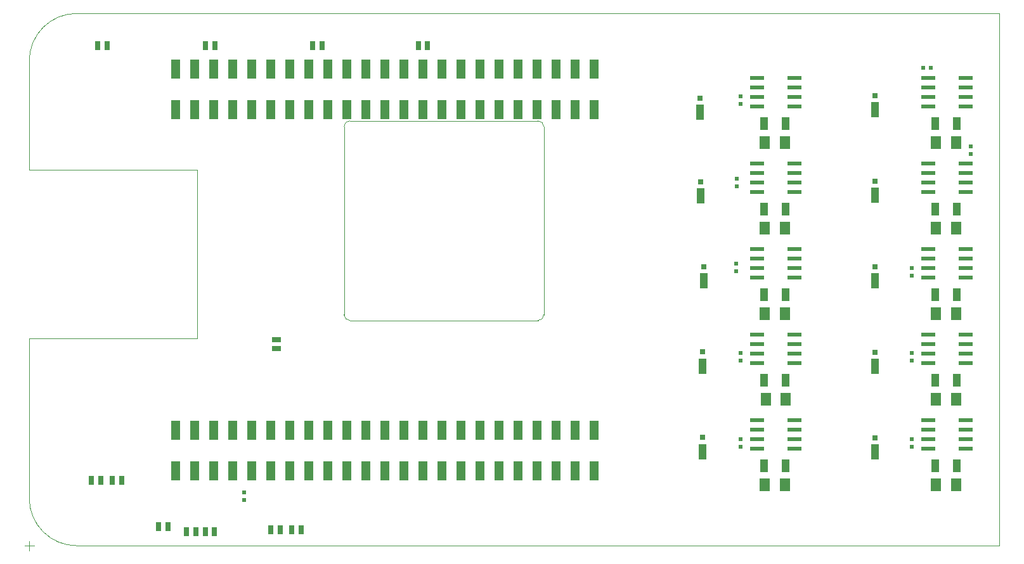
<source format=gbp>
G04 Layer_Color=128*
%FSLAX25Y25*%
%MOIN*%
G70*
G01*
G75*
%ADD10R,0.02362X0.01968*%
%ADD12R,0.07756X0.02362*%
%ADD15R,0.01968X0.02362*%
%ADD18R,0.05118X0.02559*%
%ADD20R,0.05669X0.07165*%
%ADD22R,0.04488X0.06968*%
%ADD30C,0.00100*%
%ADD59R,0.02559X0.05118*%
%ADD60R,0.05000X0.10000*%
%ADD61R,0.04331X0.07874*%
%ADD62R,0.03150X0.03150*%
D10*
X473937Y251500D02*
D03*
X470000D02*
D03*
D12*
X402224Y51201D02*
D03*
Y56201D02*
D03*
Y61201D02*
D03*
Y66201D02*
D03*
X382776D02*
D03*
Y61201D02*
D03*
Y56201D02*
D03*
Y51201D02*
D03*
X492224D02*
D03*
Y56201D02*
D03*
Y61201D02*
D03*
Y66201D02*
D03*
X472776D02*
D03*
Y61201D02*
D03*
Y56201D02*
D03*
Y51201D02*
D03*
X402224Y96201D02*
D03*
Y101201D02*
D03*
Y106201D02*
D03*
Y111201D02*
D03*
X382776D02*
D03*
Y106201D02*
D03*
Y101201D02*
D03*
Y96201D02*
D03*
X492224D02*
D03*
Y101201D02*
D03*
Y106201D02*
D03*
Y111201D02*
D03*
X472776D02*
D03*
Y106201D02*
D03*
Y101201D02*
D03*
Y96201D02*
D03*
X402224Y141201D02*
D03*
Y146201D02*
D03*
Y151201D02*
D03*
Y156201D02*
D03*
X382776D02*
D03*
Y151201D02*
D03*
Y146201D02*
D03*
Y141201D02*
D03*
X492224D02*
D03*
Y146201D02*
D03*
Y151201D02*
D03*
Y156201D02*
D03*
X472776D02*
D03*
Y151201D02*
D03*
Y146201D02*
D03*
Y141201D02*
D03*
X402224Y186201D02*
D03*
Y191201D02*
D03*
Y196201D02*
D03*
Y201201D02*
D03*
X382776D02*
D03*
Y196201D02*
D03*
Y191201D02*
D03*
Y186201D02*
D03*
X492224D02*
D03*
Y191201D02*
D03*
Y196201D02*
D03*
Y201201D02*
D03*
X472776D02*
D03*
Y196201D02*
D03*
Y191201D02*
D03*
Y186201D02*
D03*
X402224Y231201D02*
D03*
Y236201D02*
D03*
Y241201D02*
D03*
Y246201D02*
D03*
X382776D02*
D03*
Y241201D02*
D03*
Y236201D02*
D03*
Y231201D02*
D03*
X492224D02*
D03*
Y236201D02*
D03*
Y241201D02*
D03*
Y246201D02*
D03*
X472776D02*
D03*
Y241201D02*
D03*
Y236201D02*
D03*
Y231201D02*
D03*
D15*
X374000Y232531D02*
D03*
Y236469D02*
D03*
X372000Y189032D02*
D03*
Y192968D02*
D03*
X464000Y55968D02*
D03*
Y52031D02*
D03*
X374000Y97531D02*
D03*
Y101469D02*
D03*
X464000Y101469D02*
D03*
Y97531D02*
D03*
X374000Y55937D02*
D03*
Y52000D02*
D03*
X371500Y144532D02*
D03*
Y148468D02*
D03*
X464000Y145968D02*
D03*
Y142032D02*
D03*
X495000Y206031D02*
D03*
Y209968D02*
D03*
X113000Y24032D02*
D03*
Y27968D02*
D03*
D18*
X130000Y108500D02*
D03*
Y103579D02*
D03*
D20*
X397260Y32000D02*
D03*
X386740D02*
D03*
X487260D02*
D03*
X476740D02*
D03*
X397760Y77000D02*
D03*
X387240D02*
D03*
X487260D02*
D03*
X476740D02*
D03*
X397260Y122000D02*
D03*
X386740D02*
D03*
X487260D02*
D03*
X476740D02*
D03*
X397260Y167000D02*
D03*
X386740D02*
D03*
X487260D02*
D03*
X476740D02*
D03*
X397260Y212000D02*
D03*
X386740D02*
D03*
X487260D02*
D03*
X476740D02*
D03*
D22*
X397669Y42201D02*
D03*
X386331D02*
D03*
X487669D02*
D03*
X476331D02*
D03*
X397669Y87201D02*
D03*
X386331D02*
D03*
X487669D02*
D03*
X476331D02*
D03*
X397669Y132201D02*
D03*
X386331D02*
D03*
X487669D02*
D03*
X476331D02*
D03*
X397669Y177201D02*
D03*
X386331D02*
D03*
X487669D02*
D03*
X476331D02*
D03*
X397669Y222201D02*
D03*
X386331D02*
D03*
X487669D02*
D03*
X476331D02*
D03*
D30*
X165500Y121500D02*
G03*
X168500Y118500I3000J0D01*
G01*
X267500D02*
G03*
X270500Y121500I0J3000D01*
G01*
Y220500D02*
G03*
X267500Y223500I-3000J0D01*
G01*
X0Y25000D02*
G03*
X25000Y0I25000J0D01*
G01*
Y280000D02*
G03*
X0Y255000I0J-25000D01*
G01*
X168500Y223500D02*
G03*
X165500Y220500I0J-3000D01*
G01*
X0Y-2500D02*
Y2500D01*
X-2500Y0D02*
X2500D01*
X25000Y280000D02*
X510000D01*
X0Y25000D02*
Y109100D01*
Y197800D02*
Y255000D01*
Y109100D02*
X88300D01*
X0Y197800D02*
X88300D01*
Y109100D02*
Y197800D01*
X270500Y121500D02*
Y220500D01*
X165500Y121500D02*
Y220500D01*
X168500Y118500D02*
X267500D01*
X168500Y223500D02*
X267500D01*
X510000Y0D02*
Y280000D01*
X25000Y0D02*
X510000D01*
D59*
X97421Y7500D02*
D03*
X92500D02*
D03*
X73000Y10000D02*
D03*
X68079D02*
D03*
X138000Y8500D02*
D03*
X142921D02*
D03*
X131921D02*
D03*
X127000D02*
D03*
X87500Y7500D02*
D03*
X82579D02*
D03*
X32579Y34500D02*
D03*
X37500D02*
D03*
X48500D02*
D03*
X43579D02*
D03*
X209421Y263000D02*
D03*
X204500D02*
D03*
X154000D02*
D03*
X149079D02*
D03*
X97500D02*
D03*
X92579D02*
D03*
X41000D02*
D03*
X36079D02*
D03*
D60*
X296900Y250748D02*
D03*
X286900D02*
D03*
X276900D02*
D03*
X266900D02*
D03*
X256900D02*
D03*
X246900D02*
D03*
X236900D02*
D03*
X226900D02*
D03*
X216900D02*
D03*
X206900D02*
D03*
X196900D02*
D03*
X186900D02*
D03*
X176900D02*
D03*
X166900D02*
D03*
X156900D02*
D03*
X146900D02*
D03*
X136900D02*
D03*
X126900D02*
D03*
X116900D02*
D03*
X106900D02*
D03*
X96900D02*
D03*
X86900D02*
D03*
X296900Y229252D02*
D03*
X286900D02*
D03*
X276900D02*
D03*
X266900D02*
D03*
X256900D02*
D03*
X246900D02*
D03*
X236900D02*
D03*
X226900D02*
D03*
X216900D02*
D03*
X206900D02*
D03*
X196900D02*
D03*
X186900D02*
D03*
X176900D02*
D03*
X166900D02*
D03*
X156900D02*
D03*
X146900D02*
D03*
X136900D02*
D03*
X126900D02*
D03*
X116900D02*
D03*
X106900D02*
D03*
X96900D02*
D03*
X86900D02*
D03*
X76900D02*
D03*
Y250748D02*
D03*
X296900Y60748D02*
D03*
X286900D02*
D03*
X276900D02*
D03*
X266900D02*
D03*
X256900D02*
D03*
X246900D02*
D03*
X236900D02*
D03*
X226900D02*
D03*
X216900D02*
D03*
X206900D02*
D03*
X196900D02*
D03*
X186900D02*
D03*
X176900D02*
D03*
X166900D02*
D03*
X156900D02*
D03*
X146900D02*
D03*
X136900D02*
D03*
X126900D02*
D03*
X116900D02*
D03*
X106900D02*
D03*
X96900D02*
D03*
X86900D02*
D03*
X296900Y39252D02*
D03*
X286900D02*
D03*
X276900D02*
D03*
X266900D02*
D03*
X256900D02*
D03*
X246900D02*
D03*
X236900D02*
D03*
X226900D02*
D03*
X216900D02*
D03*
X206900D02*
D03*
X196900D02*
D03*
X186900D02*
D03*
X176900D02*
D03*
X166900D02*
D03*
X156900D02*
D03*
X146900D02*
D03*
X136900D02*
D03*
X126900D02*
D03*
X116900D02*
D03*
X106900D02*
D03*
X96900D02*
D03*
X86900D02*
D03*
X76900D02*
D03*
Y60748D02*
D03*
D61*
X444500Y229299D02*
D03*
X352500Y228000D02*
D03*
X444500Y184299D02*
D03*
X353000Y184000D02*
D03*
X444500Y139299D02*
D03*
X354500D02*
D03*
X444500Y94299D02*
D03*
X354000Y94520D02*
D03*
X444500Y49299D02*
D03*
X354000Y49520D02*
D03*
D62*
X444500Y236779D02*
D03*
X352500Y235480D02*
D03*
X444500Y191779D02*
D03*
X353000Y191480D02*
D03*
X444500Y146780D02*
D03*
X354500D02*
D03*
X444500Y101779D02*
D03*
X354000Y102000D02*
D03*
X444500Y56779D02*
D03*
X354000Y57000D02*
D03*
M02*

</source>
